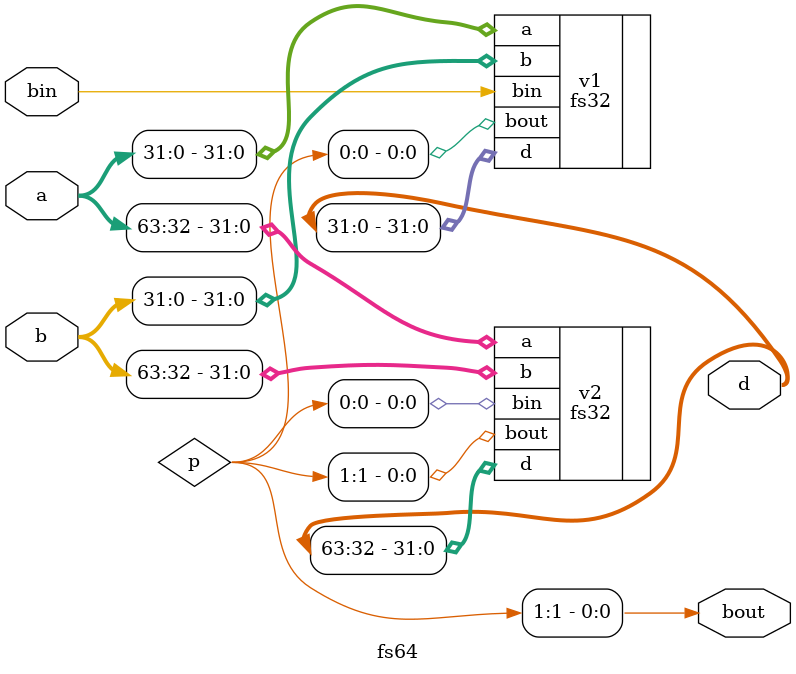
<source format=v>
`timescale 1ns / 1ps

module fs64(a,b,bin,d,bout);
input [63:0]a,b;
input bin;
output [63:0]d;
output bout;
wire [1:0]p;
fs32 v1 (.a(a[31:0]), .b(b[31:0]),.bin(bin),.d(d[31:0]), .bout(p[0]));
fs32 v2 (.a(a[63:32]), .b(b[63:32]),.bin(p[0]),.d(d[63:32]), .bout(p[1]));
assign bout=p[1];
endmodule

</source>
